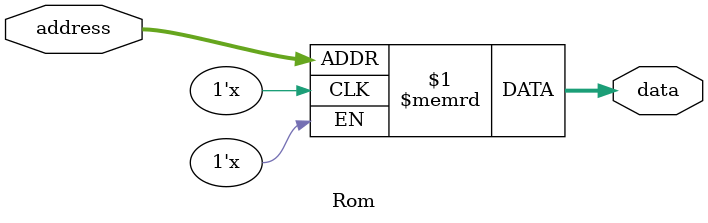
<source format=v>

module Rom	(input		[31:0]	address,
		 output		[31:0]	data);

		 reg [31:0]	mem	[0:255];

	//initial $readmemb ("matrix.dat", mem);
	
	assign	data = mem [address];

endmodule

</source>
